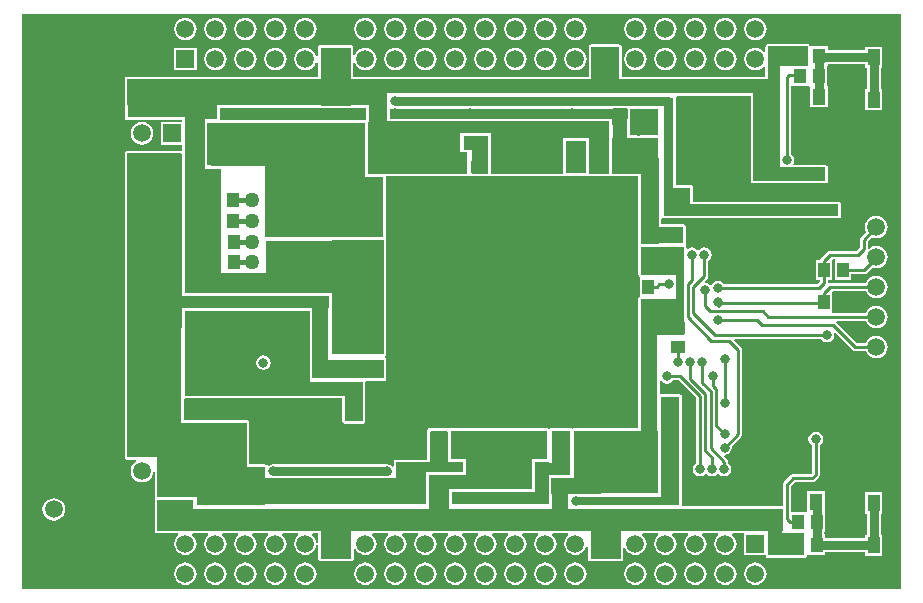
<source format=gbl>
%FSLAX24Y24*%
%MOIN*%
G70*
G01*
G75*
G04 Layer_Physical_Order=2*
G04 Layer_Color=16711680*
%ADD10C,0.0100*%
%ADD11R,0.0512X0.0394*%
%ADD12O,0.0984X0.0276*%
%ADD13R,0.0394X0.0512*%
%ADD14R,0.0551X0.0433*%
%ADD15R,0.0433X0.0551*%
%ADD16R,0.0512X0.0591*%
%ADD17R,0.1299X0.1063*%
%ADD18R,0.0394X0.1063*%
%ADD19R,0.0472X0.0551*%
%ADD20R,0.0551X0.0630*%
%ADD21R,0.0500X0.0300*%
%ADD22O,0.0118X0.0827*%
%ADD23O,0.0827X0.0118*%
%ADD24R,0.1693X0.1693*%
%ADD25C,0.0200*%
%ADD26C,0.0300*%
%ADD27C,0.0250*%
%ADD28C,0.0600*%
%ADD29C,0.0400*%
%ADD30C,0.0150*%
%ADD31C,0.0079*%
%ADD32R,0.1830X0.1120*%
%ADD33R,0.2080X0.2124*%
%ADD34R,0.0790X0.5280*%
%ADD35R,0.0810X0.1960*%
%ADD36R,0.1310X0.3350*%
%ADD37R,0.1010X0.0210*%
%ADD38R,0.1490X0.1470*%
%ADD39R,0.0370X0.4820*%
%ADD40R,0.0770X0.0910*%
%ADD41R,0.0920X0.5210*%
%ADD42R,0.1260X0.1830*%
%ADD43R,0.1490X0.6150*%
%ADD44R,0.3870X0.4260*%
%ADD45R,0.1270X0.5300*%
%ADD46R,0.1950X0.1110*%
%ADD47R,0.2270X0.0510*%
%ADD48R,0.0780X0.2500*%
%ADD49R,0.1520X0.0820*%
%ADD50R,0.1890X0.1040*%
%ADD51R,0.3710X0.3070*%
%ADD52R,0.1740X0.1110*%
%ADD53R,0.1460X0.3920*%
%ADD54R,0.2270X0.3010*%
%ADD55R,0.0820X0.6210*%
%ADD56R,0.0810X0.5750*%
%ADD57R,0.1610X0.3230*%
%ADD58R,0.0810X0.1040*%
%ADD59R,0.0470X0.5180*%
%ADD60R,0.1430X0.1840*%
%ADD61R,0.1550X0.2090*%
%ADD62R,0.1370X0.4960*%
%ADD63R,0.0720X0.4310*%
%ADD64R,0.4940X0.1510*%
%ADD65R,0.0710X0.2250*%
%ADD66R,0.4950X0.2010*%
%ADD67R,0.1150X1.2100*%
%ADD68R,0.1490X0.7050*%
%ADD69R,0.0640X0.1540*%
%ADD70R,0.1130X0.1610*%
%ADD71R,0.3340X0.1210*%
%ADD72R,0.1110X0.1490*%
%ADD73R,0.1390X0.1590*%
%ADD74R,0.3241X0.0974*%
%ADD75R,0.1470X0.0847*%
%ADD76R,0.1260X0.9560*%
%ADD77R,0.1100X0.3420*%
%ADD78R,0.1180X0.0590*%
%ADD79R,0.0830X0.3230*%
%ADD80R,0.1820X0.0900*%
%ADD81R,0.0850X0.1900*%
%ADD82R,0.1770X0.0950*%
%ADD83R,0.0591X0.0591*%
%ADD84C,0.0591*%
%ADD85R,0.0591X0.0591*%
%ADD86C,0.0320*%
%ADD87C,0.0500*%
%ADD88R,0.0413X0.0551*%
%ADD89R,0.0669X0.0433*%
%ADD90R,0.0433X0.0669*%
%ADD91R,0.5810X0.0400*%
%ADD92R,0.1370X0.1190*%
%ADD93R,0.0260X0.2940*%
%ADD94R,0.0610X0.3620*%
%ADD95R,0.1330X0.0650*%
%ADD96R,0.0400X0.4480*%
%ADD97R,0.2410X0.0450*%
%ADD98R,0.0890X0.3400*%
%ADD99R,0.6880X0.0610*%
%ADD100R,0.1880X0.3480*%
%ADD101R,0.7920X0.0350*%
%ADD102R,0.0310X0.3890*%
%ADD103R,0.0890X0.0960*%
%ADD104R,0.2450X0.2860*%
%ADD105R,0.0960X0.0910*%
%ADD106R,0.2300X0.1250*%
%ADD107R,0.1320X0.0920*%
%ADD108R,0.1430X0.0570*%
%ADD109R,0.0600X0.2880*%
%ADD110R,0.1560X0.1200*%
%ADD111R,0.0510X0.2190*%
%ADD112R,0.0810X0.0450*%
%ADD113R,0.8040X0.0410*%
%ADD114R,0.1080X0.2300*%
%ADD115R,0.0530X0.1260*%
%ADD116R,0.0690X0.1090*%
%ADD117R,0.3970X0.0570*%
%ADD118R,0.0670X0.1760*%
%ADD119R,0.2440X0.1760*%
%ADD120R,0.3080X0.1760*%
%ADD121R,0.3360X0.3810*%
%ADD122R,0.3950X0.2010*%
%ADD123R,0.5290X0.1430*%
%ADD124R,0.1080X0.1370*%
%ADD125R,0.4870X0.0400*%
%ADD126R,0.3310X0.0720*%
%ADD127R,0.0640X0.3170*%
%ADD128R,1.4780X0.0490*%
%ADD129R,0.8680X0.0890*%
%ADD130R,0.2310X0.1210*%
%ADD131R,0.0660X0.7140*%
%ADD132R,0.3910X0.1760*%
%ADD133R,0.1190X0.4160*%
%ADD134R,0.6620X0.0690*%
%ADD135R,0.1720X0.3830*%
%ADD136R,0.0560X0.2760*%
%ADD137R,0.6730X0.0390*%
%ADD138R,0.2390X0.0640*%
%ADD139R,0.4150X0.0630*%
%ADD140R,0.5920X0.0470*%
%ADD141R,0.3050X0.2190*%
%ADD142R,0.0600X0.1180*%
%ADD143R,0.0840X0.2610*%
%ADD144R,0.4730X0.1350*%
%ADD145R,0.1830X1.0120*%
%ADD146R,0.2560X0.0720*%
%ADD147R,0.2990X0.2490*%
%ADD148R,0.1090X0.5830*%
%ADD149R,0.8340X0.8340*%
%ADD150R,0.3240X0.0960*%
%ADD151R,0.2210X0.1000*%
%ADD152R,0.1070X0.0400*%
%ADD153R,0.0610X0.1460*%
%ADD154R,0.0460X0.1390*%
%ADD155R,0.3240X0.0430*%
%ADD156R,0.0570X0.1510*%
%ADD157R,0.1660X0.0570*%
%ADD158R,0.2810X0.2110*%
%ADD159R,0.0630X0.1380*%
%ADD160R,0.1810X0.0340*%
%ADD161R,0.7090X0.0860*%
%ADD162R,0.1020X0.1410*%
%ADD163R,0.3440X0.0470*%
%ADD164R,0.0670X0.1580*%
%ADD165R,0.0560X0.6510*%
%ADD166R,2.0860X0.0750*%
%ADD167R,0.1230X0.1040*%
%ADD168R,0.1030X0.1670*%
%ADD169R,0.1220X0.0770*%
%ADD170R,0.0490X0.1560*%
%ADD171R,0.1030X0.1940*%
%ADD172R,0.0940X0.1560*%
G36*
X29400Y100D02*
X100D01*
Y19250D01*
X29400D01*
Y100D01*
D02*
G37*
%LPC*%
G36*
X23550Y977D02*
X23452Y964D01*
X23361Y927D01*
X23283Y867D01*
X23223Y789D01*
X23186Y698D01*
X23173Y600D01*
X23186Y502D01*
X23223Y411D01*
X23283Y333D01*
X23361Y273D01*
X23452Y236D01*
X23550Y223D01*
X23648Y236D01*
X23739Y273D01*
X23817Y333D01*
X23877Y411D01*
X23914Y502D01*
X23927Y600D01*
X23914Y698D01*
X23877Y789D01*
X23817Y867D01*
X23739Y927D01*
X23648Y964D01*
X23550Y977D01*
D02*
G37*
G36*
X24550D02*
X24452Y964D01*
X24361Y927D01*
X24283Y867D01*
X24223Y789D01*
X24186Y698D01*
X24173Y600D01*
X24186Y502D01*
X24223Y411D01*
X24283Y333D01*
X24361Y273D01*
X24452Y236D01*
X24550Y223D01*
X24648Y236D01*
X24739Y273D01*
X24817Y333D01*
X24877Y411D01*
X24914Y502D01*
X24927Y600D01*
X24914Y698D01*
X24877Y789D01*
X24817Y867D01*
X24739Y927D01*
X24648Y964D01*
X24550Y977D01*
D02*
G37*
G36*
X1160Y3117D02*
X1062Y3104D01*
X971Y3067D01*
X893Y3007D01*
X833Y2929D01*
X796Y2838D01*
X783Y2740D01*
X796Y2642D01*
X833Y2551D01*
X893Y2473D01*
X971Y2413D01*
X1062Y2376D01*
X1160Y2363D01*
X1258Y2376D01*
X1349Y2413D01*
X1427Y2473D01*
X1487Y2551D01*
X1524Y2642D01*
X1537Y2740D01*
X1524Y2838D01*
X1487Y2929D01*
X1427Y3007D01*
X1349Y3067D01*
X1258Y3104D01*
X1160Y3117D01*
D02*
G37*
G36*
X20550Y977D02*
X20452Y964D01*
X20361Y927D01*
X20283Y867D01*
X20223Y789D01*
X20186Y698D01*
X20173Y600D01*
X20186Y502D01*
X20223Y411D01*
X20283Y333D01*
X20361Y273D01*
X20452Y236D01*
X20550Y223D01*
X20648Y236D01*
X20739Y273D01*
X20817Y333D01*
X20877Y411D01*
X20914Y502D01*
X20927Y600D01*
X20914Y698D01*
X20877Y789D01*
X20817Y867D01*
X20739Y927D01*
X20648Y964D01*
X20550Y977D01*
D02*
G37*
G36*
X21550D02*
X21452Y964D01*
X21361Y927D01*
X21283Y867D01*
X21223Y789D01*
X21186Y698D01*
X21173Y600D01*
X21186Y502D01*
X21223Y411D01*
X21283Y333D01*
X21361Y273D01*
X21452Y236D01*
X21550Y223D01*
X21648Y236D01*
X21739Y273D01*
X21817Y333D01*
X21877Y411D01*
X21914Y502D01*
X21927Y600D01*
X21914Y698D01*
X21877Y789D01*
X21817Y867D01*
X21739Y927D01*
X21648Y964D01*
X21550Y977D01*
D02*
G37*
G36*
X22550D02*
X22452Y964D01*
X22361Y927D01*
X22283Y867D01*
X22223Y789D01*
X22186Y698D01*
X22173Y600D01*
X22186Y502D01*
X22223Y411D01*
X22283Y333D01*
X22361Y273D01*
X22452Y236D01*
X22550Y223D01*
X22648Y236D01*
X22739Y273D01*
X22817Y333D01*
X22877Y411D01*
X22914Y502D01*
X22927Y600D01*
X22914Y698D01*
X22877Y789D01*
X22817Y867D01*
X22739Y927D01*
X22648Y964D01*
X22550Y977D01*
D02*
G37*
G36*
X4095Y15650D02*
X3998Y15638D01*
X3907Y15600D01*
X3829Y15540D01*
X3769Y15462D01*
X3731Y15371D01*
X3718Y15273D01*
X3731Y15176D01*
X3769Y15085D01*
X3829Y15006D01*
X3907Y14947D01*
X3998Y14909D01*
X4095Y14896D01*
X4193Y14909D01*
X4284Y14947D01*
X4362Y15006D01*
X4422Y15085D01*
X4460Y15176D01*
X4473Y15273D01*
X4460Y15371D01*
X4422Y15462D01*
X4362Y15540D01*
X4284Y15600D01*
X4193Y15638D01*
X4095Y15650D01*
D02*
G37*
G36*
X12550Y18127D02*
X12452Y18114D01*
X12361Y18077D01*
X12283Y18017D01*
X12223Y17939D01*
X12186Y17848D01*
X12173Y17750D01*
X12186Y17652D01*
X12223Y17561D01*
X12283Y17483D01*
X12361Y17423D01*
X12452Y17386D01*
X12550Y17373D01*
X12648Y17386D01*
X12739Y17423D01*
X12817Y17483D01*
X12877Y17561D01*
X12914Y17652D01*
X12927Y17750D01*
X12914Y17848D01*
X12877Y17939D01*
X12817Y18017D01*
X12739Y18077D01*
X12648Y18114D01*
X12550Y18127D01*
D02*
G37*
G36*
X13550D02*
X13452Y18114D01*
X13361Y18077D01*
X13283Y18017D01*
X13223Y17939D01*
X13186Y17848D01*
X13173Y17750D01*
X13186Y17652D01*
X13223Y17561D01*
X13283Y17483D01*
X13361Y17423D01*
X13452Y17386D01*
X13550Y17373D01*
X13648Y17386D01*
X13739Y17423D01*
X13817Y17483D01*
X13877Y17561D01*
X13914Y17652D01*
X13927Y17750D01*
X13914Y17848D01*
X13877Y17939D01*
X13817Y18017D01*
X13739Y18077D01*
X13648Y18114D01*
X13550Y18127D01*
D02*
G37*
G36*
X14550D02*
X14452Y18114D01*
X14361Y18077D01*
X14283Y18017D01*
X14223Y17939D01*
X14186Y17848D01*
X14173Y17750D01*
X14186Y17652D01*
X14223Y17561D01*
X14283Y17483D01*
X14361Y17423D01*
X14452Y17386D01*
X14550Y17373D01*
X14648Y17386D01*
X14739Y17423D01*
X14817Y17483D01*
X14877Y17561D01*
X14914Y17652D01*
X14927Y17750D01*
X14914Y17848D01*
X14877Y17939D01*
X14817Y18017D01*
X14739Y18077D01*
X14648Y18114D01*
X14550Y18127D01*
D02*
G37*
G36*
X6550D02*
X6452Y18114D01*
X6361Y18077D01*
X6283Y18017D01*
X6223Y17939D01*
X6186Y17848D01*
X6173Y17750D01*
X6186Y17652D01*
X6223Y17561D01*
X6283Y17483D01*
X6361Y17423D01*
X6452Y17386D01*
X6550Y17373D01*
X6648Y17386D01*
X6739Y17423D01*
X6817Y17483D01*
X6877Y17561D01*
X6914Y17652D01*
X6927Y17750D01*
X6914Y17848D01*
X6877Y17939D01*
X6817Y18017D01*
X6739Y18077D01*
X6648Y18114D01*
X6550Y18127D01*
D02*
G37*
G36*
X7550D02*
X7452Y18114D01*
X7361Y18077D01*
X7283Y18017D01*
X7223Y17939D01*
X7186Y17848D01*
X7173Y17750D01*
X7186Y17652D01*
X7223Y17561D01*
X7283Y17483D01*
X7361Y17423D01*
X7452Y17386D01*
X7550Y17373D01*
X7648Y17386D01*
X7739Y17423D01*
X7817Y17483D01*
X7877Y17561D01*
X7914Y17652D01*
X7927Y17750D01*
X7914Y17848D01*
X7877Y17939D01*
X7817Y18017D01*
X7739Y18077D01*
X7648Y18114D01*
X7550Y18127D01*
D02*
G37*
G36*
X8550D02*
X8452Y18114D01*
X8361Y18077D01*
X8283Y18017D01*
X8223Y17939D01*
X8186Y17848D01*
X8173Y17750D01*
X8186Y17652D01*
X8223Y17561D01*
X8283Y17483D01*
X8361Y17423D01*
X8452Y17386D01*
X8550Y17373D01*
X8648Y17386D01*
X8739Y17423D01*
X8817Y17483D01*
X8877Y17561D01*
X8914Y17652D01*
X8927Y17750D01*
X8914Y17848D01*
X8877Y17939D01*
X8817Y18017D01*
X8739Y18077D01*
X8648Y18114D01*
X8550Y18127D01*
D02*
G37*
G36*
Y977D02*
X8452Y964D01*
X8361Y927D01*
X8283Y867D01*
X8223Y789D01*
X8186Y698D01*
X8173Y600D01*
X8186Y502D01*
X8223Y411D01*
X8283Y333D01*
X8361Y273D01*
X8452Y236D01*
X8550Y223D01*
X8648Y236D01*
X8739Y273D01*
X8817Y333D01*
X8877Y411D01*
X8914Y502D01*
X8927Y600D01*
X8914Y698D01*
X8877Y789D01*
X8817Y867D01*
X8739Y927D01*
X8648Y964D01*
X8550Y977D01*
D02*
G37*
G36*
X9550D02*
X9452Y964D01*
X9361Y927D01*
X9283Y867D01*
X9223Y789D01*
X9186Y698D01*
X9173Y600D01*
X9186Y502D01*
X9223Y411D01*
X9283Y333D01*
X9361Y273D01*
X9452Y236D01*
X9550Y223D01*
X9648Y236D01*
X9739Y273D01*
X9817Y333D01*
X9877Y411D01*
X9914Y502D01*
X9927Y600D01*
X9914Y698D01*
X9877Y789D01*
X9817Y867D01*
X9739Y927D01*
X9648Y964D01*
X9550Y977D01*
D02*
G37*
G36*
X11550D02*
X11452Y964D01*
X11361Y927D01*
X11283Y867D01*
X11223Y789D01*
X11186Y698D01*
X11173Y600D01*
X11186Y502D01*
X11223Y411D01*
X11283Y333D01*
X11361Y273D01*
X11452Y236D01*
X11550Y223D01*
X11648Y236D01*
X11739Y273D01*
X11817Y333D01*
X11877Y411D01*
X11914Y502D01*
X11927Y600D01*
X11914Y698D01*
X11877Y789D01*
X11817Y867D01*
X11739Y927D01*
X11648Y964D01*
X11550Y977D01*
D02*
G37*
G36*
X5550D02*
X5452Y964D01*
X5361Y927D01*
X5283Y867D01*
X5223Y789D01*
X5186Y698D01*
X5173Y600D01*
X5186Y502D01*
X5223Y411D01*
X5283Y333D01*
X5361Y273D01*
X5452Y236D01*
X5550Y223D01*
X5648Y236D01*
X5739Y273D01*
X5817Y333D01*
X5877Y411D01*
X5914Y502D01*
X5927Y600D01*
X5914Y698D01*
X5877Y789D01*
X5817Y867D01*
X5739Y927D01*
X5648Y964D01*
X5550Y977D01*
D02*
G37*
G36*
X6550D02*
X6452Y964D01*
X6361Y927D01*
X6283Y867D01*
X6223Y789D01*
X6186Y698D01*
X6173Y600D01*
X6186Y502D01*
X6223Y411D01*
X6283Y333D01*
X6361Y273D01*
X6452Y236D01*
X6550Y223D01*
X6648Y236D01*
X6739Y273D01*
X6817Y333D01*
X6877Y411D01*
X6914Y502D01*
X6927Y600D01*
X6914Y698D01*
X6877Y789D01*
X6817Y867D01*
X6739Y927D01*
X6648Y964D01*
X6550Y977D01*
D02*
G37*
G36*
X7550D02*
X7452Y964D01*
X7361Y927D01*
X7283Y867D01*
X7223Y789D01*
X7186Y698D01*
X7173Y600D01*
X7186Y502D01*
X7223Y411D01*
X7283Y333D01*
X7361Y273D01*
X7452Y236D01*
X7550Y223D01*
X7648Y236D01*
X7739Y273D01*
X7817Y333D01*
X7877Y411D01*
X7914Y502D01*
X7927Y600D01*
X7914Y698D01*
X7877Y789D01*
X7817Y867D01*
X7739Y927D01*
X7648Y964D01*
X7550Y977D01*
D02*
G37*
G36*
X12550D02*
X12452Y964D01*
X12361Y927D01*
X12283Y867D01*
X12223Y789D01*
X12186Y698D01*
X12173Y600D01*
X12186Y502D01*
X12223Y411D01*
X12283Y333D01*
X12361Y273D01*
X12452Y236D01*
X12550Y223D01*
X12648Y236D01*
X12739Y273D01*
X12817Y333D01*
X12877Y411D01*
X12914Y502D01*
X12927Y600D01*
X12914Y698D01*
X12877Y789D01*
X12817Y867D01*
X12739Y927D01*
X12648Y964D01*
X12550Y977D01*
D02*
G37*
G36*
X16550D02*
X16452Y964D01*
X16361Y927D01*
X16283Y867D01*
X16223Y789D01*
X16186Y698D01*
X16173Y600D01*
X16186Y502D01*
X16223Y411D01*
X16283Y333D01*
X16361Y273D01*
X16452Y236D01*
X16550Y223D01*
X16648Y236D01*
X16739Y273D01*
X16817Y333D01*
X16877Y411D01*
X16914Y502D01*
X16927Y600D01*
X16914Y698D01*
X16877Y789D01*
X16817Y867D01*
X16739Y927D01*
X16648Y964D01*
X16550Y977D01*
D02*
G37*
G36*
X17550D02*
X17452Y964D01*
X17361Y927D01*
X17283Y867D01*
X17223Y789D01*
X17186Y698D01*
X17173Y600D01*
X17186Y502D01*
X17223Y411D01*
X17283Y333D01*
X17361Y273D01*
X17452Y236D01*
X17550Y223D01*
X17648Y236D01*
X17739Y273D01*
X17817Y333D01*
X17877Y411D01*
X17914Y502D01*
X17927Y600D01*
X17914Y698D01*
X17877Y789D01*
X17817Y867D01*
X17739Y927D01*
X17648Y964D01*
X17550Y977D01*
D02*
G37*
G36*
X18550D02*
X18452Y964D01*
X18361Y927D01*
X18283Y867D01*
X18223Y789D01*
X18186Y698D01*
X18173Y600D01*
X18186Y502D01*
X18223Y411D01*
X18283Y333D01*
X18361Y273D01*
X18452Y236D01*
X18550Y223D01*
X18648Y236D01*
X18739Y273D01*
X18817Y333D01*
X18877Y411D01*
X18914Y502D01*
X18927Y600D01*
X18914Y698D01*
X18877Y789D01*
X18817Y867D01*
X18739Y927D01*
X18648Y964D01*
X18550Y977D01*
D02*
G37*
G36*
X13550D02*
X13452Y964D01*
X13361Y927D01*
X13283Y867D01*
X13223Y789D01*
X13186Y698D01*
X13173Y600D01*
X13186Y502D01*
X13223Y411D01*
X13283Y333D01*
X13361Y273D01*
X13452Y236D01*
X13550Y223D01*
X13648Y236D01*
X13739Y273D01*
X13817Y333D01*
X13877Y411D01*
X13914Y502D01*
X13927Y600D01*
X13914Y698D01*
X13877Y789D01*
X13817Y867D01*
X13739Y927D01*
X13648Y964D01*
X13550Y977D01*
D02*
G37*
G36*
X14550D02*
X14452Y964D01*
X14361Y927D01*
X14283Y867D01*
X14223Y789D01*
X14186Y698D01*
X14173Y600D01*
X14186Y502D01*
X14223Y411D01*
X14283Y333D01*
X14361Y273D01*
X14452Y236D01*
X14550Y223D01*
X14648Y236D01*
X14739Y273D01*
X14817Y333D01*
X14877Y411D01*
X14914Y502D01*
X14927Y600D01*
X14914Y698D01*
X14877Y789D01*
X14817Y867D01*
X14739Y927D01*
X14648Y964D01*
X14550Y977D01*
D02*
G37*
G36*
X15550D02*
X15452Y964D01*
X15361Y927D01*
X15283Y867D01*
X15223Y789D01*
X15186Y698D01*
X15173Y600D01*
X15186Y502D01*
X15223Y411D01*
X15283Y333D01*
X15361Y273D01*
X15452Y236D01*
X15550Y223D01*
X15648Y236D01*
X15739Y273D01*
X15817Y333D01*
X15877Y411D01*
X15914Y502D01*
X15927Y600D01*
X15914Y698D01*
X15877Y789D01*
X15817Y867D01*
X15739Y927D01*
X15648Y964D01*
X15550Y977D01*
D02*
G37*
G36*
Y18127D02*
X15452Y18114D01*
X15361Y18077D01*
X15283Y18017D01*
X15223Y17939D01*
X15186Y17848D01*
X15173Y17750D01*
X15186Y17652D01*
X15223Y17561D01*
X15283Y17483D01*
X15361Y17423D01*
X15452Y17386D01*
X15550Y17373D01*
X15648Y17386D01*
X15739Y17423D01*
X15817Y17483D01*
X15877Y17561D01*
X15914Y17652D01*
X15927Y17750D01*
X15914Y17848D01*
X15877Y17939D01*
X15817Y18017D01*
X15739Y18077D01*
X15648Y18114D01*
X15550Y18127D01*
D02*
G37*
G36*
X13550Y19127D02*
X13452Y19114D01*
X13361Y19077D01*
X13283Y19017D01*
X13223Y18939D01*
X13186Y18848D01*
X13173Y18750D01*
X13186Y18652D01*
X13223Y18561D01*
X13283Y18483D01*
X13361Y18423D01*
X13452Y18386D01*
X13550Y18373D01*
X13648Y18386D01*
X13739Y18423D01*
X13817Y18483D01*
X13877Y18561D01*
X13914Y18652D01*
X13927Y18750D01*
X13914Y18848D01*
X13877Y18939D01*
X13817Y19017D01*
X13739Y19077D01*
X13648Y19114D01*
X13550Y19127D01*
D02*
G37*
G36*
X14550D02*
X14452Y19114D01*
X14361Y19077D01*
X14283Y19017D01*
X14223Y18939D01*
X14186Y18848D01*
X14173Y18750D01*
X14186Y18652D01*
X14223Y18561D01*
X14283Y18483D01*
X14361Y18423D01*
X14452Y18386D01*
X14550Y18373D01*
X14648Y18386D01*
X14739Y18423D01*
X14817Y18483D01*
X14877Y18561D01*
X14914Y18652D01*
X14927Y18750D01*
X14914Y18848D01*
X14877Y18939D01*
X14817Y19017D01*
X14739Y19077D01*
X14648Y19114D01*
X14550Y19127D01*
D02*
G37*
G36*
X15550D02*
X15452Y19114D01*
X15361Y19077D01*
X15283Y19017D01*
X15223Y18939D01*
X15186Y18848D01*
X15173Y18750D01*
X15186Y18652D01*
X15223Y18561D01*
X15283Y18483D01*
X15361Y18423D01*
X15452Y18386D01*
X15550Y18373D01*
X15648Y18386D01*
X15739Y18423D01*
X15817Y18483D01*
X15877Y18561D01*
X15914Y18652D01*
X15927Y18750D01*
X15914Y18848D01*
X15877Y18939D01*
X15817Y19017D01*
X15739Y19077D01*
X15648Y19114D01*
X15550Y19127D01*
D02*
G37*
G36*
X12550D02*
X12452Y19114D01*
X12361Y19077D01*
X12283Y19017D01*
X12223Y18939D01*
X12186Y18848D01*
X12173Y18750D01*
X12186Y18652D01*
X12223Y18561D01*
X12283Y18483D01*
X12361Y18423D01*
X12452Y18386D01*
X12550Y18373D01*
X12648Y18386D01*
X12739Y18423D01*
X12817Y18483D01*
X12877Y18561D01*
X12914Y18652D01*
X12927Y18750D01*
X12914Y18848D01*
X12877Y18939D01*
X12817Y19017D01*
X12739Y19077D01*
X12648Y19114D01*
X12550Y19127D01*
D02*
G37*
G36*
X8550D02*
X8452Y19114D01*
X8361Y19077D01*
X8283Y19017D01*
X8223Y18939D01*
X8186Y18848D01*
X8173Y18750D01*
X8186Y18652D01*
X8223Y18561D01*
X8283Y18483D01*
X8361Y18423D01*
X8452Y18386D01*
X8550Y18373D01*
X8648Y18386D01*
X8739Y18423D01*
X8817Y18483D01*
X8877Y18561D01*
X8914Y18652D01*
X8927Y18750D01*
X8914Y18848D01*
X8877Y18939D01*
X8817Y19017D01*
X8739Y19077D01*
X8648Y19114D01*
X8550Y19127D01*
D02*
G37*
G36*
X9550D02*
X9452Y19114D01*
X9361Y19077D01*
X9283Y19017D01*
X9223Y18939D01*
X9186Y18848D01*
X9173Y18750D01*
X9186Y18652D01*
X9223Y18561D01*
X9283Y18483D01*
X9361Y18423D01*
X9452Y18386D01*
X9550Y18373D01*
X9648Y18386D01*
X9739Y18423D01*
X9817Y18483D01*
X9877Y18561D01*
X9914Y18652D01*
X9927Y18750D01*
X9914Y18848D01*
X9877Y18939D01*
X9817Y19017D01*
X9739Y19077D01*
X9648Y19114D01*
X9550Y19127D01*
D02*
G37*
G36*
X11550D02*
X11452Y19114D01*
X11361Y19077D01*
X11283Y19017D01*
X11223Y18939D01*
X11186Y18848D01*
X11173Y18750D01*
X11186Y18652D01*
X11223Y18561D01*
X11283Y18483D01*
X11361Y18423D01*
X11452Y18386D01*
X11550Y18373D01*
X11648Y18386D01*
X11739Y18423D01*
X11817Y18483D01*
X11877Y18561D01*
X11914Y18652D01*
X11927Y18750D01*
X11914Y18848D01*
X11877Y18939D01*
X11817Y19017D01*
X11739Y19077D01*
X11648Y19114D01*
X11550Y19127D01*
D02*
G37*
G36*
X16550D02*
X16452Y19114D01*
X16361Y19077D01*
X16283Y19017D01*
X16223Y18939D01*
X16186Y18848D01*
X16173Y18750D01*
X16186Y18652D01*
X16223Y18561D01*
X16283Y18483D01*
X16361Y18423D01*
X16452Y18386D01*
X16550Y18373D01*
X16648Y18386D01*
X16739Y18423D01*
X16817Y18483D01*
X16877Y18561D01*
X16914Y18652D01*
X16927Y18750D01*
X16914Y18848D01*
X16877Y18939D01*
X16817Y19017D01*
X16739Y19077D01*
X16648Y19114D01*
X16550Y19127D01*
D02*
G37*
G36*
X22550D02*
X22452Y19114D01*
X22361Y19077D01*
X22283Y19017D01*
X22223Y18939D01*
X22186Y18848D01*
X22173Y18750D01*
X22186Y18652D01*
X22223Y18561D01*
X22283Y18483D01*
X22361Y18423D01*
X22452Y18386D01*
X22550Y18373D01*
X22648Y18386D01*
X22739Y18423D01*
X22817Y18483D01*
X22877Y18561D01*
X22914Y18652D01*
X22927Y18750D01*
X22914Y18848D01*
X22877Y18939D01*
X22817Y19017D01*
X22739Y19077D01*
X22648Y19114D01*
X22550Y19127D01*
D02*
G37*
G36*
X23550D02*
X23452Y19114D01*
X23361Y19077D01*
X23283Y19017D01*
X23223Y18939D01*
X23186Y18848D01*
X23173Y18750D01*
X23186Y18652D01*
X23223Y18561D01*
X23283Y18483D01*
X23361Y18423D01*
X23452Y18386D01*
X23550Y18373D01*
X23648Y18386D01*
X23739Y18423D01*
X23817Y18483D01*
X23877Y18561D01*
X23914Y18652D01*
X23927Y18750D01*
X23914Y18848D01*
X23877Y18939D01*
X23817Y19017D01*
X23739Y19077D01*
X23648Y19114D01*
X23550Y19127D01*
D02*
G37*
G36*
X24550D02*
X24452Y19114D01*
X24361Y19077D01*
X24283Y19017D01*
X24223Y18939D01*
X24186Y18848D01*
X24173Y18750D01*
X24186Y18652D01*
X24223Y18561D01*
X24283Y18483D01*
X24361Y18423D01*
X24452Y18386D01*
X24550Y18373D01*
X24648Y18386D01*
X24739Y18423D01*
X24817Y18483D01*
X24877Y18561D01*
X24914Y18652D01*
X24927Y18750D01*
X24914Y18848D01*
X24877Y18939D01*
X24817Y19017D01*
X24739Y19077D01*
X24648Y19114D01*
X24550Y19127D01*
D02*
G37*
G36*
X21550D02*
X21452Y19114D01*
X21361Y19077D01*
X21283Y19017D01*
X21223Y18939D01*
X21186Y18848D01*
X21173Y18750D01*
X21186Y18652D01*
X21223Y18561D01*
X21283Y18483D01*
X21361Y18423D01*
X21452Y18386D01*
X21550Y18373D01*
X21648Y18386D01*
X21739Y18423D01*
X21817Y18483D01*
X21877Y18561D01*
X21914Y18652D01*
X21927Y18750D01*
X21914Y18848D01*
X21877Y18939D01*
X21817Y19017D01*
X21739Y19077D01*
X21648Y19114D01*
X21550Y19127D01*
D02*
G37*
G36*
X17550D02*
X17452Y19114D01*
X17361Y19077D01*
X17283Y19017D01*
X17223Y18939D01*
X17186Y18848D01*
X17173Y18750D01*
X17186Y18652D01*
X17223Y18561D01*
X17283Y18483D01*
X17361Y18423D01*
X17452Y18386D01*
X17550Y18373D01*
X17648Y18386D01*
X17739Y18423D01*
X17817Y18483D01*
X17877Y18561D01*
X17914Y18652D01*
X17927Y18750D01*
X17914Y18848D01*
X17877Y18939D01*
X17817Y19017D01*
X17739Y19077D01*
X17648Y19114D01*
X17550Y19127D01*
D02*
G37*
G36*
X18550D02*
X18452Y19114D01*
X18361Y19077D01*
X18283Y19017D01*
X18223Y18939D01*
X18186Y18848D01*
X18173Y18750D01*
X18186Y18652D01*
X18223Y18561D01*
X18283Y18483D01*
X18361Y18423D01*
X18452Y18386D01*
X18550Y18373D01*
X18648Y18386D01*
X18739Y18423D01*
X18817Y18483D01*
X18877Y18561D01*
X18914Y18652D01*
X18927Y18750D01*
X18914Y18848D01*
X18877Y18939D01*
X18817Y19017D01*
X18739Y19077D01*
X18648Y19114D01*
X18550Y19127D01*
D02*
G37*
G36*
X20550D02*
X20452Y19114D01*
X20361Y19077D01*
X20283Y19017D01*
X20223Y18939D01*
X20186Y18848D01*
X20173Y18750D01*
X20186Y18652D01*
X20223Y18561D01*
X20283Y18483D01*
X20361Y18423D01*
X20452Y18386D01*
X20550Y18373D01*
X20648Y18386D01*
X20739Y18423D01*
X20817Y18483D01*
X20877Y18561D01*
X20914Y18652D01*
X20927Y18750D01*
X20914Y18848D01*
X20877Y18939D01*
X20817Y19017D01*
X20739Y19077D01*
X20648Y19114D01*
X20550Y19127D01*
D02*
G37*
G36*
X7550D02*
X7452Y19114D01*
X7361Y19077D01*
X7283Y19017D01*
X7223Y18939D01*
X7186Y18848D01*
X7173Y18750D01*
X7186Y18652D01*
X7223Y18561D01*
X7283Y18483D01*
X7361Y18423D01*
X7452Y18386D01*
X7550Y18373D01*
X7648Y18386D01*
X7739Y18423D01*
X7817Y18483D01*
X7877Y18561D01*
X7914Y18652D01*
X7927Y18750D01*
X7914Y18848D01*
X7877Y18939D01*
X7817Y19017D01*
X7739Y19077D01*
X7648Y19114D01*
X7550Y19127D01*
D02*
G37*
G36*
X20550Y18127D02*
X20452Y18114D01*
X20361Y18077D01*
X20283Y18017D01*
X20223Y17939D01*
X20186Y17848D01*
X20173Y17750D01*
X20186Y17652D01*
X20223Y17561D01*
X20283Y17483D01*
X20361Y17423D01*
X20452Y17386D01*
X20550Y17373D01*
X20648Y17386D01*
X20739Y17423D01*
X20817Y17483D01*
X20877Y17561D01*
X20914Y17652D01*
X20927Y17750D01*
X20914Y17848D01*
X20877Y17939D01*
X20817Y18017D01*
X20739Y18077D01*
X20648Y18114D01*
X20550Y18127D01*
D02*
G37*
G36*
X18550D02*
X18452Y18114D01*
X18361Y18077D01*
X18283Y18017D01*
X18223Y17939D01*
X18186Y17848D01*
X18173Y17750D01*
X18186Y17652D01*
X18223Y17561D01*
X18283Y17483D01*
X18361Y17423D01*
X18452Y17386D01*
X18550Y17373D01*
X18648Y17386D01*
X18739Y17423D01*
X18817Y17483D01*
X18877Y17561D01*
X18914Y17652D01*
X18927Y17750D01*
X18914Y17848D01*
X18877Y17939D01*
X18817Y18017D01*
X18739Y18077D01*
X18648Y18114D01*
X18550Y18127D01*
D02*
G37*
G36*
X23550D02*
X23452Y18114D01*
X23361Y18077D01*
X23283Y18017D01*
X23223Y17939D01*
X23186Y17848D01*
X23173Y17750D01*
X23186Y17652D01*
X23223Y17561D01*
X23283Y17483D01*
X23361Y17423D01*
X23452Y17386D01*
X23550Y17373D01*
X23648Y17386D01*
X23739Y17423D01*
X23817Y17483D01*
X23877Y17561D01*
X23914Y17652D01*
X23927Y17750D01*
X23914Y17848D01*
X23877Y17939D01*
X23817Y18017D01*
X23739Y18077D01*
X23648Y18114D01*
X23550Y18127D01*
D02*
G37*
G36*
X21550D02*
X21452Y18114D01*
X21361Y18077D01*
X21283Y18017D01*
X21223Y17939D01*
X21186Y17848D01*
X21173Y17750D01*
X21186Y17652D01*
X21223Y17561D01*
X21283Y17483D01*
X21361Y17423D01*
X21452Y17386D01*
X21550Y17373D01*
X21648Y17386D01*
X21739Y17423D01*
X21817Y17483D01*
X21877Y17561D01*
X21914Y17652D01*
X21927Y17750D01*
X21914Y17848D01*
X21877Y17939D01*
X21817Y18017D01*
X21739Y18077D01*
X21648Y18114D01*
X21550Y18127D01*
D02*
G37*
G36*
X22550D02*
X22452Y18114D01*
X22361Y18077D01*
X22283Y18017D01*
X22223Y17939D01*
X22186Y17848D01*
X22173Y17750D01*
X22186Y17652D01*
X22223Y17561D01*
X22283Y17483D01*
X22361Y17423D01*
X22452Y17386D01*
X22550Y17373D01*
X22648Y17386D01*
X22739Y17423D01*
X22817Y17483D01*
X22877Y17561D01*
X22914Y17652D01*
X22927Y17750D01*
X22914Y17848D01*
X22877Y17939D01*
X22817Y18017D01*
X22739Y18077D01*
X22648Y18114D01*
X22550Y18127D01*
D02*
G37*
G36*
X17550D02*
X17452Y18114D01*
X17361Y18077D01*
X17283Y18017D01*
X17223Y17939D01*
X17186Y17848D01*
X17173Y17750D01*
X17186Y17652D01*
X17223Y17561D01*
X17283Y17483D01*
X17361Y17423D01*
X17452Y17386D01*
X17550Y17373D01*
X17648Y17386D01*
X17739Y17423D01*
X17817Y17483D01*
X17877Y17561D01*
X17914Y17652D01*
X17927Y17750D01*
X17914Y17848D01*
X17877Y17939D01*
X17817Y18017D01*
X17739Y18077D01*
X17648Y18114D01*
X17550Y18127D01*
D02*
G37*
G36*
X5550Y19127D02*
X5452Y19114D01*
X5361Y19077D01*
X5283Y19017D01*
X5223Y18939D01*
X5186Y18848D01*
X5173Y18750D01*
X5186Y18652D01*
X5223Y18561D01*
X5283Y18483D01*
X5361Y18423D01*
X5452Y18386D01*
X5550Y18373D01*
X5648Y18386D01*
X5739Y18423D01*
X5817Y18483D01*
X5877Y18561D01*
X5914Y18652D01*
X5927Y18750D01*
X5914Y18848D01*
X5877Y18939D01*
X5817Y19017D01*
X5739Y19077D01*
X5648Y19114D01*
X5550Y19127D01*
D02*
G37*
G36*
X6550D02*
X6452Y19114D01*
X6361Y19077D01*
X6283Y19017D01*
X6223Y18939D01*
X6186Y18848D01*
X6173Y18750D01*
X6186Y18652D01*
X6223Y18561D01*
X6283Y18483D01*
X6361Y18423D01*
X6452Y18386D01*
X6550Y18373D01*
X6648Y18386D01*
X6739Y18423D01*
X6817Y18483D01*
X6877Y18561D01*
X6914Y18652D01*
X6927Y18750D01*
X6914Y18848D01*
X6877Y18939D01*
X6817Y19017D01*
X6739Y19077D01*
X6648Y19114D01*
X6550Y19127D01*
D02*
G37*
G36*
X26290Y18250D02*
X24960D01*
X24929Y18244D01*
X24903Y18227D01*
X24886Y18201D01*
X24880Y18170D01*
Y18012D01*
X24832Y17996D01*
X24817Y18017D01*
X24739Y18077D01*
X24648Y18114D01*
X24550Y18127D01*
X24452Y18114D01*
X24361Y18077D01*
X24283Y18017D01*
X24223Y17939D01*
X24186Y17848D01*
X24173Y17750D01*
X24186Y17652D01*
X24223Y17561D01*
X24283Y17483D01*
X24361Y17423D01*
X24452Y17386D01*
X24550Y17373D01*
X24648Y17386D01*
X24739Y17423D01*
X24817Y17483D01*
X24832Y17504D01*
X24880Y17488D01*
Y17170D01*
X20090D01*
Y18160D01*
X20084Y18191D01*
X20067Y18217D01*
X20041Y18234D01*
X20010Y18240D01*
X19070D01*
X19039Y18234D01*
X19013Y18217D01*
X18996Y18191D01*
X18990Y18160D01*
Y17170D01*
X11150D01*
Y17610D01*
X11199Y17619D01*
X11223Y17561D01*
X11283Y17483D01*
X11361Y17423D01*
X11452Y17386D01*
X11550Y17373D01*
X11648Y17386D01*
X11739Y17423D01*
X11817Y17483D01*
X11877Y17561D01*
X11914Y17652D01*
X11927Y17750D01*
X11914Y17848D01*
X11877Y17939D01*
X11817Y18017D01*
X11739Y18077D01*
X11648Y18114D01*
X11550Y18127D01*
X11452Y18114D01*
X11361Y18077D01*
X11283Y18017D01*
X11223Y17939D01*
X11199Y17881D01*
X11150Y17890D01*
Y18140D01*
X11144Y18171D01*
X11127Y18197D01*
X11101Y18214D01*
X11070Y18220D01*
X10040D01*
X10009Y18214D01*
X9983Y18197D01*
X9966Y18171D01*
X9960Y18140D01*
Y17866D01*
X9911Y17857D01*
X9877Y17939D01*
X9817Y18017D01*
X9739Y18077D01*
X9648Y18114D01*
X9550Y18127D01*
X9452Y18114D01*
X9361Y18077D01*
X9283Y18017D01*
X9223Y17939D01*
X9186Y17848D01*
X9173Y17750D01*
X9186Y17652D01*
X9223Y17561D01*
X9283Y17483D01*
X9361Y17423D01*
X9452Y17386D01*
X9550Y17373D01*
X9648Y17386D01*
X9739Y17423D01*
X9817Y17483D01*
X9877Y17561D01*
X9911Y17643D01*
X9960Y17634D01*
Y17170D01*
X3600D01*
X3569Y17164D01*
X3543Y17147D01*
X3526Y17121D01*
X3520Y17090D01*
Y17010D01*
Y16200D01*
Y15800D01*
X3526Y15769D01*
X3543Y15743D01*
X3569Y15726D01*
X3600Y15720D01*
X5450D01*
Y15647D01*
X4721D01*
Y14899D01*
X5450D01*
Y14696D01*
X5430Y14680D01*
X3600D01*
X3569Y14674D01*
X3543Y14657D01*
X3526Y14631D01*
X3520Y14600D01*
Y9860D01*
Y9470D01*
Y5200D01*
Y4480D01*
X3526Y4449D01*
X3543Y4423D01*
X3569Y4406D01*
X3600Y4400D01*
X3886D01*
X3907Y4351D01*
X3829Y4291D01*
X3769Y4213D01*
X3731Y4122D01*
X3718Y4024D01*
X3731Y3926D01*
X3769Y3835D01*
X3829Y3757D01*
X3907Y3697D01*
X3998Y3660D01*
X4095Y3647D01*
X4193Y3660D01*
X4284Y3697D01*
X4362Y3757D01*
X4422Y3835D01*
X4460Y3926D01*
X4470Y4004D01*
X4470D01*
D01*
X4520Y4000D01*
Y3150D01*
X4526Y3119D01*
X4535Y3105D01*
X4526Y3091D01*
X4520Y3060D01*
Y2770D01*
Y2020D01*
X4526Y1989D01*
X4543Y1963D01*
X4569Y1946D01*
X4600Y1940D01*
X5301D01*
X5317Y1892D01*
X5283Y1867D01*
X5223Y1789D01*
X5186Y1698D01*
X5173Y1600D01*
X5186Y1502D01*
X5223Y1411D01*
X5283Y1333D01*
X5361Y1273D01*
X5452Y1236D01*
X5550Y1223D01*
X5648Y1236D01*
X5739Y1273D01*
X5817Y1333D01*
X5877Y1411D01*
X5914Y1502D01*
X5927Y1600D01*
X5914Y1698D01*
X5877Y1789D01*
X5817Y1867D01*
X5783Y1892D01*
X5799Y1940D01*
X6301D01*
X6317Y1892D01*
X6283Y1867D01*
X6223Y1789D01*
X6186Y1698D01*
X6173Y1600D01*
X6186Y1502D01*
X6223Y1411D01*
X6283Y1333D01*
X6361Y1273D01*
X6452Y1236D01*
X6550Y1223D01*
X6648Y1236D01*
X6739Y1273D01*
X6817Y1333D01*
X6877Y1411D01*
X6914Y1502D01*
X6927Y1600D01*
X6914Y1698D01*
X6877Y1789D01*
X6817Y1867D01*
X6783Y1892D01*
X6799Y1940D01*
X7301D01*
X7317Y1892D01*
X7283Y1867D01*
X7223Y1789D01*
X7186Y1698D01*
X7173Y1600D01*
X7186Y1502D01*
X7223Y1411D01*
X7283Y1333D01*
X7361Y1273D01*
X7452Y1236D01*
X7550Y1223D01*
X7648Y1236D01*
X7739Y1273D01*
X7817Y1333D01*
X7877Y1411D01*
X7914Y1502D01*
X7927Y1600D01*
X7914Y1698D01*
X7877Y1789D01*
X7817Y1867D01*
X7783Y1892D01*
X7799Y1940D01*
X8301D01*
X8317Y1892D01*
X8283Y1867D01*
X8223Y1789D01*
X8186Y1698D01*
X8173Y1600D01*
X8186Y1502D01*
X8223Y1411D01*
X8283Y1333D01*
X8361Y1273D01*
X8452Y1236D01*
X8550Y1223D01*
X8648Y1236D01*
X8739Y1273D01*
X8817Y1333D01*
X8877Y1411D01*
X8914Y1502D01*
X8927Y1600D01*
X8914Y1698D01*
X8877Y1789D01*
X8817Y1867D01*
X8783Y1892D01*
X8799Y1940D01*
X9301D01*
X9317Y1892D01*
X9283Y1867D01*
X9223Y1789D01*
X9186Y1698D01*
X9173Y1600D01*
X9186Y1502D01*
X9223Y1411D01*
X9283Y1333D01*
X9361Y1273D01*
X9452Y1236D01*
X9550Y1223D01*
X9648Y1236D01*
X9739Y1273D01*
X9817Y1333D01*
X9877Y1411D01*
X9914Y1502D01*
X9927Y1600D01*
X9914Y1698D01*
X9877Y1789D01*
X9817Y1867D01*
X9783Y1892D01*
X9799Y1940D01*
X9980D01*
Y1100D01*
X9986Y1069D01*
X10003Y1043D01*
X10029Y1026D01*
X10060Y1020D01*
X11090D01*
X11121Y1026D01*
X11147Y1043D01*
X11164Y1069D01*
X11170Y1100D01*
Y1411D01*
X11219Y1421D01*
X11223Y1411D01*
X11283Y1333D01*
X11361Y1273D01*
X11452Y1236D01*
X11550Y1223D01*
X11648Y1236D01*
X11739Y1273D01*
X11817Y1333D01*
X11877Y1411D01*
X11914Y1502D01*
X11927Y1600D01*
X11914Y1698D01*
X11877Y1789D01*
X11817Y1867D01*
X11783Y1892D01*
X11799Y1940D01*
X12301D01*
X12317Y1892D01*
X12283Y1867D01*
X12223Y1789D01*
X12186Y1698D01*
X12173Y1600D01*
X12186Y1502D01*
X12223Y1411D01*
X12283Y1333D01*
X12361Y1273D01*
X12452Y1236D01*
X12550Y1223D01*
X12648Y1236D01*
X12739Y1273D01*
X12817Y1333D01*
X12877Y1411D01*
X12914Y1502D01*
X12927Y1600D01*
X12914Y1698D01*
X12877Y1789D01*
X12817Y1867D01*
X12783Y1892D01*
X12799Y1940D01*
X13301D01*
X13317Y1892D01*
X13283Y1867D01*
X13223Y1789D01*
X13186Y1698D01*
X13173Y1600D01*
X13186Y1502D01*
X13223Y1411D01*
X13283Y1333D01*
X13361Y1273D01*
X13452Y1236D01*
X13550Y1223D01*
X13648Y1236D01*
X13739Y1273D01*
X13817Y1333D01*
X13877Y1411D01*
X13914Y1502D01*
X13927Y1600D01*
X13914Y1698D01*
X13877Y1789D01*
X13817Y1867D01*
X13783Y1892D01*
X13799Y1940D01*
X14301D01*
X14317Y1892D01*
X14283Y1867D01*
X14223Y1789D01*
X14186Y1698D01*
X14173Y1600D01*
X14186Y1502D01*
X14223Y1411D01*
X14283Y1333D01*
X14361Y1273D01*
X14452Y1236D01*
X14550Y1223D01*
X14648Y1236D01*
X14739Y1273D01*
X14817Y1333D01*
X14877Y1411D01*
X14914Y1502D01*
X14927Y1600D01*
X14914Y1698D01*
X14877Y1789D01*
X14817Y1867D01*
X14783Y1892D01*
X14799Y1940D01*
X15301D01*
X15317Y1892D01*
X15283Y1867D01*
X15223Y1789D01*
X15186Y1698D01*
X15173Y1600D01*
X15186Y1502D01*
X15223Y1411D01*
X15283Y1333D01*
X15361Y1273D01*
X15452Y1236D01*
X15550Y1223D01*
X15648Y1236D01*
X15739Y1273D01*
X15817Y1333D01*
X15877Y1411D01*
X15914Y1502D01*
X15927Y1600D01*
X15914Y1698D01*
X15877Y1789D01*
X15817Y1867D01*
X15783Y1892D01*
X15799Y1940D01*
X16301D01*
X16317Y1892D01*
X16283Y1867D01*
X16223Y1789D01*
X16186Y1698D01*
X16173Y1600D01*
X16186Y1502D01*
X16223Y1411D01*
X16283Y1333D01*
X16361Y1273D01*
X16452Y1236D01*
X16550Y1223D01*
X16648Y1236D01*
X16739Y1273D01*
X16817Y1333D01*
X16877Y1411D01*
X16914Y1502D01*
X16927Y1600D01*
X16914Y1698D01*
X16877Y1789D01*
X16817Y1867D01*
X16783Y1892D01*
X16799Y1940D01*
X17301D01*
X17317Y1892D01*
X17283Y1867D01*
X17223Y1789D01*
X17186Y1698D01*
X17173Y1600D01*
X17186Y1502D01*
X17223Y1411D01*
X17283Y1333D01*
X17361Y1273D01*
X17452Y1236D01*
X17550Y1223D01*
X17648Y1236D01*
X17739Y1273D01*
X17817Y1333D01*
X17877Y1411D01*
X17914Y1502D01*
X17927Y1600D01*
X17914Y1698D01*
X17877Y1789D01*
X17817Y1867D01*
X17783Y1892D01*
X17799Y1940D01*
X18301D01*
X18317Y1892D01*
X18283Y1867D01*
X18223Y1789D01*
X18186Y1698D01*
X18173Y1600D01*
X18186Y1502D01*
X18223Y1411D01*
X18283Y1333D01*
X18361Y1273D01*
X18452Y1236D01*
X18550Y1223D01*
X18648Y1236D01*
X18739Y1273D01*
X18817Y1333D01*
X18877Y1411D01*
X18911Y1493D01*
X18960Y1484D01*
Y1100D01*
X18966Y1069D01*
X18983Y1043D01*
X19009Y1026D01*
X19040Y1020D01*
X20070D01*
X20101Y1026D01*
X20127Y1043D01*
X20144Y1069D01*
X20150Y1100D01*
Y1460D01*
X20199Y1469D01*
X20223Y1411D01*
X20283Y1333D01*
X20361Y1273D01*
X20452Y1236D01*
X20550Y1223D01*
X20648Y1236D01*
X20739Y1273D01*
X20817Y1333D01*
X20877Y1411D01*
X20914Y1502D01*
X20927Y1600D01*
X20914Y1698D01*
X20877Y1789D01*
X20817Y1867D01*
X20783Y1892D01*
X20799Y1940D01*
X21301D01*
X21317Y1892D01*
X21283Y1867D01*
X21223Y1789D01*
X21186Y1698D01*
X21173Y1600D01*
X21186Y1502D01*
X21223Y1411D01*
X21283Y1333D01*
X21361Y1273D01*
X21452Y1236D01*
X21550Y1223D01*
X21648Y1236D01*
X21739Y1273D01*
X21817Y1333D01*
X21877Y1411D01*
X21914Y1502D01*
X21927Y1600D01*
X21914Y1698D01*
X21877Y1789D01*
X21817Y1867D01*
X21783Y1892D01*
X21799Y1940D01*
X22301D01*
X22317Y1892D01*
X22283Y1867D01*
X22223Y1789D01*
X22186Y1698D01*
X22173Y1600D01*
X22186Y1502D01*
X22223Y1411D01*
X22283Y1333D01*
X22361Y1273D01*
X22452Y1236D01*
X22550Y1223D01*
X22648Y1236D01*
X22739Y1273D01*
X22817Y1333D01*
X22877Y1411D01*
X22914Y1502D01*
X22927Y1600D01*
X22914Y1698D01*
X22877Y1789D01*
X22817Y1867D01*
X22783Y1892D01*
X22799Y1940D01*
X23301D01*
X23317Y1892D01*
X23283Y1867D01*
X23223Y1789D01*
X23186Y1698D01*
X23173Y1600D01*
X23186Y1502D01*
X23223Y1411D01*
X23283Y1333D01*
X23361Y1273D01*
X23452Y1236D01*
X23550Y1223D01*
X23648Y1236D01*
X23739Y1273D01*
X23817Y1333D01*
X23877Y1411D01*
X23914Y1502D01*
X23927Y1600D01*
X23914Y1698D01*
X23877Y1789D01*
X23817Y1867D01*
X23783Y1892D01*
X23799Y1940D01*
X24176D01*
Y1226D01*
X24890D01*
Y1210D01*
X24896Y1179D01*
X24913Y1153D01*
X24939Y1136D01*
X24970Y1130D01*
X26190D01*
X26221Y1136D01*
X26247Y1153D01*
X26264Y1179D01*
X26270Y1210D01*
Y1235D01*
X26309D01*
Y1235D01*
X26861D01*
Y1305D01*
X28203D01*
Y1184D01*
X28774D01*
Y1893D01*
X28721D01*
Y2601D01*
X28774D01*
Y3310D01*
X28203D01*
Y2601D01*
X28255D01*
Y1893D01*
X28203D01*
Y1772D01*
X26861D01*
Y1905D01*
X26828D01*
Y1985D01*
X26871D01*
Y2655D01*
X26861D01*
Y3354D01*
X26270D01*
Y2655D01*
X26241D01*
D01*
D01*
Y2655D01*
D01*
X25721D01*
Y3516D01*
X25854Y3649D01*
X26440D01*
X26490Y3659D01*
X26533Y3687D01*
X26533Y3687D01*
X26533Y3687D01*
X26653Y3807D01*
X26670Y3833D01*
X26681Y3850D01*
X26691Y3900D01*
Y4891D01*
X26732Y4918D01*
X26785Y4997D01*
X26803Y5090D01*
X26785Y5183D01*
X26732Y5262D01*
X26653Y5315D01*
X26560Y5333D01*
X26467Y5315D01*
X26388Y5262D01*
X26335Y5183D01*
X26317Y5090D01*
X26335Y4997D01*
X26388Y4918D01*
X26429Y4891D01*
Y3954D01*
X26386Y3911D01*
X25800D01*
X25750Y3901D01*
X25707Y3873D01*
X25497Y3663D01*
X25469Y3620D01*
X25459Y3570D01*
Y2850D01*
X22122D01*
X22090Y2889D01*
X22090Y2890D01*
Y6510D01*
X22084Y6541D01*
X22067Y6567D01*
X22041Y6584D01*
X22010Y6590D01*
X21400D01*
X21370Y6615D01*
Y7008D01*
X21418Y7022D01*
X21428Y7008D01*
X21507Y6955D01*
X21600Y6937D01*
X21693Y6955D01*
X21772Y7008D01*
X21799Y7049D01*
X21996D01*
X22569Y6476D01*
Y4289D01*
X22528Y4262D01*
X22475Y4183D01*
X22457Y4090D01*
X22475Y3997D01*
X22528Y3918D01*
X22607Y3865D01*
X22700Y3847D01*
X22793Y3865D01*
X22872Y3918D01*
X22875Y3922D01*
X22925D01*
X22928Y3918D01*
X23007Y3865D01*
X23100Y3847D01*
X23193Y3865D01*
X23272Y3918D01*
X23275Y3922D01*
X23325D01*
X23328Y3918D01*
X23407Y3865D01*
X23500Y3847D01*
X23593Y3865D01*
X23672Y3918D01*
X23725Y3997D01*
X23743Y4090D01*
X23725Y4183D01*
X23672Y4262D01*
X23631Y4289D01*
Y4330D01*
X23621Y4380D01*
X23593Y4423D01*
X23507Y4509D01*
X23521Y4557D01*
X23613Y4575D01*
X23692Y4628D01*
X23745Y4707D01*
X23763Y4800D01*
X23754Y4848D01*
X24073Y5167D01*
X24101Y5210D01*
X24111Y5260D01*
Y8050D01*
X24101Y8100D01*
X24073Y8143D01*
X23843Y8373D01*
X23862Y8419D01*
X26731D01*
X26758Y8378D01*
X26837Y8325D01*
X26930Y8307D01*
X27023Y8325D01*
X27102Y8378D01*
X27155Y8457D01*
X27173Y8550D01*
X27160Y8617D01*
X27204Y8640D01*
X27787Y8057D01*
X27830Y8029D01*
X27880Y8019D01*
X28230D01*
X28253Y7961D01*
X28313Y7883D01*
X28391Y7823D01*
X28482Y7786D01*
X28580Y7773D01*
X28678Y7786D01*
X28769Y7823D01*
X28847Y7883D01*
X28907Y7961D01*
X28944Y8052D01*
X28957Y8150D01*
X28944Y8248D01*
X28907Y8339D01*
X28847Y8417D01*
X28769Y8477D01*
X28678Y8514D01*
X28580Y8527D01*
X28482Y8514D01*
X28391Y8477D01*
X28313Y8417D01*
X28253Y8339D01*
X28230Y8281D01*
X27934D01*
X27243Y8973D01*
X27244Y8974D01*
X27273Y9019D01*
X28230D01*
X28253Y8961D01*
X28313Y8883D01*
X28391Y8823D01*
X28482Y8786D01*
X28580Y8773D01*
X28678Y8786D01*
X28769Y8823D01*
X28847Y8883D01*
X28907Y8961D01*
X28944Y9052D01*
X28957Y9150D01*
X28944Y9248D01*
X28907Y9339D01*
X28847Y9417D01*
X28769Y9477D01*
X28678Y9514D01*
X28580Y9527D01*
X28482Y9514D01*
X28391Y9477D01*
X28313Y9417D01*
X28253Y9339D01*
X28230Y9281D01*
X27111D01*
Y9305D01*
X27111D01*
Y9975D01*
X27111D01*
Y9983D01*
X27146Y10019D01*
X28230D01*
X28253Y9961D01*
X28313Y9883D01*
X28391Y9823D01*
X28482Y9786D01*
X28580Y9773D01*
X28678Y9786D01*
X28769Y9823D01*
X28847Y9883D01*
X28907Y9961D01*
X28944Y10052D01*
X28957Y10150D01*
X28944Y10248D01*
X28907Y10339D01*
X28847Y10417D01*
X28769Y10477D01*
X28678Y10514D01*
X28580Y10527D01*
X28482Y10514D01*
X28391Y10477D01*
X28313Y10417D01*
X28253Y10339D01*
X28230Y10281D01*
X27020D01*
X27005Y10278D01*
X26966Y10310D01*
Y10385D01*
X27111D01*
Y11055D01*
D01*
Y11055D01*
X27145Y11089D01*
X27189D01*
Y11055D01*
X27189D01*
Y10385D01*
X27741D01*
Y10589D01*
X28180D01*
X28230Y10599D01*
X28273Y10627D01*
X28273Y10627D01*
X28273Y10627D01*
X28446Y10801D01*
X28482Y10786D01*
X28580Y10773D01*
X28678Y10786D01*
X28769Y10823D01*
X28847Y10883D01*
X28907Y10961D01*
X28944Y11052D01*
X28957Y11150D01*
X28944Y11248D01*
X28907Y11339D01*
X28847Y11417D01*
X28769Y11477D01*
X28678Y11514D01*
X28580Y11527D01*
X28482Y11514D01*
X28391Y11477D01*
X28336Y11434D01*
X28291Y11456D01*
Y11676D01*
X28425Y11809D01*
X28482Y11786D01*
X28580Y11773D01*
X28678Y11786D01*
X28769Y11823D01*
X28847Y11883D01*
X28907Y11961D01*
X28944Y12052D01*
X28957Y12150D01*
X28944Y12248D01*
X28907Y12339D01*
X28847Y12417D01*
X28769Y12477D01*
X28678Y12514D01*
X28580Y12527D01*
X28482Y12514D01*
X28391Y12477D01*
X28313Y12417D01*
X28253Y12339D01*
X28216Y12248D01*
X28203Y12150D01*
X28216Y12052D01*
X28239Y11995D01*
X28067Y11823D01*
X28039Y11780D01*
X28029Y11730D01*
Y11464D01*
X27916Y11351D01*
X27020D01*
X26970Y11341D01*
X26927Y11313D01*
X26742Y11128D01*
X26714Y11085D01*
X26708Y11055D01*
X26559D01*
Y10385D01*
X26684D01*
X26704Y10339D01*
X26616Y10251D01*
X23509D01*
X23482Y10292D01*
X23403Y10345D01*
X23310Y10363D01*
X23217Y10345D01*
X23138Y10292D01*
X23087Y10215D01*
X23037D01*
X23032Y10222D01*
X22953Y10275D01*
X22870Y10292D01*
X22855Y10339D01*
X22943Y10427D01*
X22971Y10470D01*
X22981Y10520D01*
X22981Y10520D01*
X22981Y10520D01*
Y10520D01*
Y11031D01*
X23022Y11058D01*
X23075Y11137D01*
X23093Y11230D01*
X23075Y11323D01*
X23022Y11402D01*
X22943Y11455D01*
X22850Y11473D01*
X22757Y11455D01*
X22678Y11402D01*
X22660Y11375D01*
X22610D01*
X22592Y11402D01*
X22513Y11455D01*
X22420Y11473D01*
X22327Y11455D01*
X22284Y11427D01*
X22240Y11450D01*
Y11490D01*
X22234Y11521D01*
X22221Y11540D01*
X22234Y11559D01*
X22240Y11590D01*
Y12160D01*
X22234Y12191D01*
X22217Y12217D01*
X22191Y12234D01*
X22160Y12240D01*
X21410D01*
Y12432D01*
X21454Y12456D01*
X21469Y12446D01*
X21500Y12440D01*
X27310D01*
X27341Y12446D01*
X27367Y12463D01*
X27384Y12489D01*
X27390Y12520D01*
Y12920D01*
X27384Y12951D01*
X27367Y12977D01*
X27341Y12994D01*
X27310Y13000D01*
X22470D01*
Y13480D01*
X22464Y13511D01*
X22447Y13537D01*
X22421Y13554D01*
X22390Y13560D01*
X21890D01*
Y16480D01*
X21890Y16481D01*
X21922Y16520D01*
X24390D01*
Y14140D01*
Y13690D01*
X24396Y13659D01*
X24413Y13633D01*
X24439Y13616D01*
X24470Y13610D01*
X26880D01*
X26911Y13616D01*
X26937Y13633D01*
X26954Y13659D01*
X26960Y13690D01*
Y14140D01*
X26954Y14171D01*
X26937Y14197D01*
X26911Y14214D01*
X26880Y14220D01*
X25827D01*
X25803Y14264D01*
X25825Y14297D01*
X25843Y14390D01*
X25825Y14483D01*
X25772Y14562D01*
X25731Y14589D01*
Y16848D01*
X25764D01*
Y16848D01*
X26316D01*
D01*
Y16848D01*
D01*
D01*
X26316D01*
X26325D01*
X26360Y16813D01*
Y16146D01*
X26951D01*
Y16854D01*
X26946D01*
Y17518D01*
X26946D01*
Y17520D01*
X26951Y17525D01*
X26951D01*
Y17578D01*
X28203D01*
Y17457D01*
X28255D01*
Y16749D01*
X28203D01*
Y16040D01*
X28774D01*
Y16749D01*
X28721D01*
Y17457D01*
X28774D01*
Y18166D01*
X28203D01*
Y18045D01*
X26951D01*
Y18195D01*
X26406D01*
X26406Y18195D01*
Y18195D01*
X26399Y18195D01*
X26399D01*
X26365D01*
X26364Y18201D01*
X26347Y18227D01*
X26321Y18244D01*
X26290Y18250D01*
D02*
G37*
G36*
X16550Y18127D02*
X16452Y18114D01*
X16361Y18077D01*
X16283Y18017D01*
X16223Y17939D01*
X16186Y17848D01*
X16173Y17750D01*
X16186Y17652D01*
X16223Y17561D01*
X16283Y17483D01*
X16361Y17423D01*
X16452Y17386D01*
X16550Y17373D01*
X16648Y17386D01*
X16739Y17423D01*
X16817Y17483D01*
X16877Y17561D01*
X16914Y17652D01*
X16927Y17750D01*
X16914Y17848D01*
X16877Y17939D01*
X16817Y18017D01*
X16739Y18077D01*
X16648Y18114D01*
X16550Y18127D01*
D02*
G37*
G36*
X5924Y18124D02*
X5176D01*
Y17376D01*
X5924D01*
Y18124D01*
D02*
G37*
%LPD*%
G36*
X9690Y7740D02*
Y7100D01*
X9690Y7099D01*
Y6530D01*
X5540D01*
Y9370D01*
X9690D01*
Y7740D01*
D02*
G37*
G36*
X18979Y13846D02*
X19010Y13840D01*
X19680D01*
X19711Y13846D01*
X19725Y13855D01*
X19739Y13846D01*
X19770Y13840D01*
X20650D01*
Y12160D01*
Y11590D01*
X20650Y11589D01*
Y11544D01*
X20650D01*
Y11491D01*
X20650Y11490D01*
Y10570D01*
X20656Y10539D01*
X20673Y10513D01*
X20689Y10502D01*
Y9835D01*
X20689D01*
Y9830D01*
X20683Y9823D01*
X20673Y9817D01*
X20667Y9807D01*
X20654Y9794D01*
X20650D01*
Y9761D01*
X20650Y9760D01*
Y5440D01*
X18480D01*
X18449Y5434D01*
X18446Y5432D01*
X18424Y5440D01*
X18424Y5440D01*
X18381D01*
X18380Y5440D01*
X17770D01*
X17769Y5440D01*
X17716D01*
Y5440D01*
X17687Y5417D01*
X17687Y5417D01*
D01*
X17661Y5434D01*
X17630Y5440D01*
X14390D01*
X14389Y5440D01*
X14311D01*
X14310Y5440D01*
X13680D01*
X13679Y5440D01*
X13646D01*
Y5432D01*
X13623Y5417D01*
X13606Y5391D01*
X13600Y5360D01*
Y4400D01*
X12570D01*
X12539Y4394D01*
X12513Y4377D01*
X12496Y4351D01*
X12490Y4320D01*
Y4182D01*
X12442Y4168D01*
X12432Y4182D01*
X12353Y4235D01*
X12260Y4253D01*
X12259Y4253D01*
X8461D01*
X8460Y4253D01*
X8367Y4235D01*
X8319Y4203D01*
X8270Y4212D01*
X8267Y4217D01*
X8241Y4234D01*
X8210Y4240D01*
X7670D01*
Y5640D01*
X7664Y5671D01*
X7647Y5697D01*
X7621Y5714D01*
X7590Y5720D01*
X5510D01*
Y6425D01*
X5540Y6450D01*
X10780D01*
Y5680D01*
X10786Y5649D01*
X10803Y5623D01*
X10829Y5606D01*
X10860Y5600D01*
X11460D01*
X11491Y5606D01*
X11517Y5623D01*
X11534Y5649D01*
X11540Y5680D01*
Y6860D01*
X11540Y6860D01*
X11540Y6860D01*
Y6860D01*
Y7000D01*
X11556Y7020D01*
X12160D01*
X12191Y7026D01*
X12200Y7032D01*
X12230D01*
Y7063D01*
X12234Y7069D01*
X12240Y7100D01*
Y7740D01*
X12234Y7771D01*
X12217Y7797D01*
X12212Y7837D01*
X12217Y7843D01*
X12217Y7843D01*
X12217D01*
X12234Y7869D01*
X12240Y7900D01*
Y11730D01*
X12234Y11761D01*
X12236Y11769D01*
X12236Y11769D01*
X12236D01*
X12236Y11769D01*
Y12477D01*
X12230D01*
Y13820D01*
X12246Y13840D01*
X14950D01*
X14981Y13846D01*
X15002Y13860D01*
X15048D01*
X15069Y13846D01*
X15100Y13840D01*
X15630D01*
X15661Y13846D01*
X15670Y13852D01*
X15679Y13846D01*
X15710Y13840D01*
X18150D01*
X18181Y13846D01*
X18197Y13857D01*
X18199Y13856D01*
X18230Y13850D01*
X18920D01*
X18951Y13856D01*
X18957Y13860D01*
X18958D01*
X18979Y13846D01*
D02*
G37*
%LPC*%
G36*
X8150Y7873D02*
X8057Y7855D01*
X7978Y7802D01*
X7925Y7723D01*
X7907Y7630D01*
X7925Y7537D01*
X7978Y7458D01*
X8057Y7405D01*
X8150Y7387D01*
X8243Y7405D01*
X8322Y7458D01*
X8375Y7537D01*
X8393Y7630D01*
X8375Y7723D01*
X8322Y7802D01*
X8243Y7855D01*
X8150Y7873D01*
D02*
G37*
G36*
X17149Y10602D02*
X17056Y10584D01*
X16977Y10531D01*
X16937Y10472D01*
X16887D01*
X16848Y10531D01*
X16769Y10584D01*
X16676Y10602D01*
X16583Y10584D01*
X16504Y10531D01*
X16465Y10472D01*
X16415D01*
X16376Y10531D01*
X16297Y10584D01*
X16204Y10602D01*
X16111Y10584D01*
X16032Y10531D01*
X15993Y10472D01*
X15943D01*
X15903Y10531D01*
X15824Y10584D01*
X15731Y10602D01*
X15638Y10584D01*
X15559Y10531D01*
X15506Y10452D01*
X15488Y10359D01*
X15506Y10266D01*
X15559Y10187D01*
X15618Y10147D01*
Y10097D01*
X15559Y10058D01*
X15506Y9979D01*
X15488Y9886D01*
X15506Y9793D01*
X15559Y9714D01*
X15618Y9675D01*
Y9625D01*
X15559Y9586D01*
X15506Y9507D01*
X15488Y9414D01*
X15506Y9321D01*
X15559Y9242D01*
X15618Y9203D01*
Y9153D01*
X15559Y9113D01*
X15506Y9034D01*
X15488Y8941D01*
X15506Y8848D01*
X15559Y8769D01*
X15638Y8716D01*
X15731Y8698D01*
X15824Y8716D01*
X15903Y8769D01*
X15943Y8828D01*
X15993D01*
X16032Y8769D01*
X16111Y8716D01*
X16204Y8698D01*
X16297Y8716D01*
X16376Y8769D01*
X16415Y8828D01*
X16465D01*
X16504Y8769D01*
X16583Y8716D01*
X16676Y8698D01*
X16769Y8716D01*
X16848Y8769D01*
X16887Y8828D01*
X16937D01*
X16977Y8769D01*
X17056Y8716D01*
X17149Y8698D01*
X17242Y8716D01*
X17321Y8769D01*
X17374Y8848D01*
X17392Y8941D01*
X17374Y9034D01*
X17321Y9113D01*
X17262Y9153D01*
Y9203D01*
X17321Y9242D01*
X17374Y9321D01*
X17392Y9414D01*
X17374Y9507D01*
X17321Y9586D01*
X17262Y9625D01*
Y9675D01*
X17321Y9714D01*
X17374Y9793D01*
X17392Y9886D01*
X17374Y9979D01*
X17321Y10058D01*
X17262Y10097D01*
Y10147D01*
X17321Y10187D01*
X17374Y10266D01*
X17392Y10359D01*
X17374Y10452D01*
X17321Y10531D01*
X17242Y10584D01*
X17149Y10602D01*
D02*
G37*
%LPD*%
D10*
X22420Y10400D02*
Y11230D01*
X22290Y10270D02*
X22420Y10400D01*
X22850Y10520D02*
Y11230D01*
X22470Y10140D02*
X22850Y10520D01*
X22290Y9140D02*
Y10270D01*
X23310Y10120D02*
X26670D01*
X25600Y14390D02*
Y17150D01*
X25669Y17219D01*
X22050Y7180D02*
X22700Y6530D01*
X21600Y7180D02*
X22050D01*
X22700Y4090D02*
Y6530D01*
X22879Y4698D02*
Y6604D01*
X23057Y4773D02*
Y6678D01*
X23236Y5544D02*
Y6752D01*
Y5544D02*
X23510Y5270D01*
X22380Y7103D02*
X22879Y6604D01*
X22780Y6956D02*
X23057Y6678D01*
X23140Y6848D02*
X23236Y6752D01*
X23200Y8550D02*
X26930D01*
X26560Y3900D02*
Y5090D01*
X26440Y3780D02*
X26560Y3900D01*
X25800Y3780D02*
X26440D01*
X25590Y3570D02*
X25800Y3780D01*
X25590Y2420D02*
Y3570D01*
X11787Y7386D02*
X11933Y7240D01*
X27880Y8150D02*
X28580D01*
X27150Y8880D02*
X27880Y8150D01*
X24780Y8880D02*
X27150D01*
X24600Y9060D02*
X24780Y8880D01*
X23310Y9060D02*
X24600D01*
X24983Y9150D02*
X28580D01*
X24784Y9349D02*
X24983Y9150D01*
X26825Y9630D02*
Y9955D01*
X27020Y10150D01*
X28580D01*
X23410Y9630D02*
X26825D01*
X23021Y9349D02*
X24784D01*
X22860Y9510D02*
X23021Y9349D01*
X23080Y8350D02*
X23680D01*
X23980Y8050D01*
Y5260D02*
Y8050D01*
X23520Y4800D02*
X23980Y5260D01*
X20985Y11230D02*
X21660D01*
X21340Y10240D02*
X21660D01*
X21270Y10170D02*
X21340Y10240D01*
X20965Y10170D02*
X21270D01*
X20945Y9440D02*
X20955Y9430D01*
X23140Y6848D02*
Y7180D01*
X23057Y4773D02*
X23500Y4330D01*
X22879Y4698D02*
X23100Y4477D01*
Y4090D02*
Y4477D01*
X23500Y4090D02*
Y4330D01*
X22380Y7103D02*
Y7660D01*
X22780Y6956D02*
Y7660D01*
X16050Y14155D02*
Y14720D01*
X14640Y14155D02*
Y14490D01*
X25669Y17219D02*
X26040D01*
X18070Y5145D02*
X18070Y5145D01*
X28580Y11150D02*
X28610D01*
X22860Y9510D02*
Y10050D01*
X22470Y9280D02*
X23200Y8550D01*
X22470Y9280D02*
Y10140D01*
X22290Y9140D02*
X23080Y8350D01*
X23310Y9530D02*
X23410Y9630D01*
X21980Y8165D02*
X21980Y8165D01*
X21980Y7660D02*
Y8165D01*
X21660Y9440D02*
X21670D01*
X23530Y6280D02*
Y7760D01*
X19190Y5145D02*
X19190Y5145D01*
X19090Y5145D02*
X19090Y5145D01*
X19490Y14235D02*
Y14850D01*
X18630Y14155D02*
Y14650D01*
X18430Y14850D02*
X18630Y14650D01*
X17820Y14185D02*
Y14850D01*
X11430Y12020D02*
X11533Y12123D01*
X11941D01*
X11420Y11420D02*
X11423Y11423D01*
X11937D01*
X11207Y9037D02*
X11207Y9037D01*
X25690Y2320D02*
X25965D01*
X25590Y2420D02*
X25690Y2320D01*
X28180Y10720D02*
X28610Y11150D01*
X27465Y10720D02*
X28180D01*
X28160Y11410D02*
Y11730D01*
X28580Y12150D01*
X26670Y10120D02*
X26835Y10285D01*
Y11035D01*
X27020Y11220D01*
X27970D01*
X28160Y11410D01*
D11*
X21980Y8165D02*
D03*
Y8795D02*
D03*
D13*
X20965Y10170D02*
D03*
X20335D02*
D03*
X6535Y11000D02*
D03*
X7165D02*
D03*
X6525Y11670D02*
D03*
X7155D02*
D03*
X6505Y12350D02*
D03*
X7135D02*
D03*
X6505Y13040D02*
D03*
X7135D02*
D03*
X26045Y17860D02*
D03*
X26675D02*
D03*
X26585Y1570D02*
D03*
X25955D02*
D03*
X26835Y10720D02*
D03*
X27465D02*
D03*
X27465Y9640D02*
D03*
X26835D02*
D03*
X25965Y2320D02*
D03*
X26595D02*
D03*
X26040Y17183D02*
D03*
X26670D02*
D03*
D14*
X19410Y13565D02*
D03*
Y14155D02*
D03*
X18630Y13565D02*
D03*
Y14155D02*
D03*
X17850Y13565D02*
D03*
Y14155D02*
D03*
X16050Y13565D02*
D03*
Y14155D02*
D03*
X15345Y13565D02*
D03*
Y14155D02*
D03*
X14640Y13565D02*
D03*
Y14155D02*
D03*
X19190Y5735D02*
D03*
Y5145D02*
D03*
X18070Y5735D02*
D03*
Y5145D02*
D03*
X17230Y5735D02*
D03*
Y5145D02*
D03*
X15660Y5735D02*
D03*
Y5145D02*
D03*
X14670Y5735D02*
D03*
Y5145D02*
D03*
X14000Y5735D02*
D03*
Y5145D02*
D03*
D15*
X12525Y7386D02*
D03*
X11935D02*
D03*
X12522Y9037D02*
D03*
X11932D02*
D03*
X12528Y11423D02*
D03*
X11937D02*
D03*
X12531Y12123D02*
D03*
X11941D02*
D03*
X20355Y11860D02*
D03*
X20945D02*
D03*
X20355Y11190D02*
D03*
X20945D02*
D03*
X20355Y9440D02*
D03*
X20945D02*
D03*
X26065Y16500D02*
D03*
X26655D02*
D03*
X25975Y3000D02*
D03*
X26565D02*
D03*
D19*
X20005Y15820D02*
D03*
X20635D02*
D03*
D25*
X21660Y10960D02*
X22040Y10580D01*
X21660Y10960D02*
Y11230D01*
D26*
X22170Y12750D02*
Y13280D01*
X21650D02*
X22170D01*
X21650D02*
Y16350D01*
X12530D02*
X21650D01*
X20635Y15360D02*
Y15820D01*
X18430Y15940D02*
X20005D01*
X15020D02*
X18430D01*
X12580D02*
X15020D01*
X16050Y14720D02*
Y14746D01*
X6440Y14350D02*
X10160D01*
X5150Y9630D02*
X5260Y9740D01*
X5150Y9129D02*
Y9630D01*
X8460Y4020D02*
X12260D01*
X4600Y14350D02*
X5124D01*
X10160D02*
X10550Y14740D01*
X20610Y15795D02*
X20635Y15820D01*
X20005Y14435D02*
X20221Y14219D01*
X14920Y4620D02*
X15261Y4279D01*
X14670Y4620D02*
X14920D01*
X15261Y3761D02*
X16721D01*
X5124Y8760D02*
Y14350D01*
X13840Y14155D02*
X14640D01*
X15261Y3761D02*
X15660Y4160D01*
Y4620D01*
X17230Y5145D02*
X17230Y5145D01*
X17230Y4620D02*
Y5145D01*
X15660D02*
X15660Y5145D01*
X15660Y4620D02*
Y5145D01*
X14670D02*
X14670Y5145D01*
X14670Y4620D02*
Y5145D01*
X26595Y1630D02*
Y2970D01*
X26687Y1538D02*
X28488D01*
Y2956D01*
X26655Y16490D02*
Y17850D01*
X26675Y17812D02*
X28488D01*
Y16394D02*
Y17812D01*
X26675D02*
Y17850D01*
X26655D02*
X26675D01*
X18070Y4090D02*
Y5145D01*
D27*
X21820Y3010D02*
Y6290D01*
X18570Y3010D02*
X21820D01*
D29*
X5990Y13040D02*
X6505D01*
X10280Y2510D02*
X10550Y2240D01*
X20520Y4400D02*
X21090Y4970D01*
X19190Y4400D02*
X20520D01*
X19190D02*
Y5145D01*
Y5145D01*
X6505Y13040D02*
X6549Y13084D01*
X11420Y10556D02*
Y11420D01*
X11207Y9037D02*
X11932D01*
X19190Y4300D02*
Y4400D01*
D30*
X7165Y11000D02*
X7165Y11000D01*
X7780D01*
X7135Y13040D02*
X7135Y13040D01*
X7780D01*
X7135Y12350D02*
X7135Y12350D01*
X7780D01*
X7155Y11670D02*
X7155Y11670D01*
X7780D01*
D83*
X24550Y1600D02*
D03*
X2160Y2740D02*
D03*
X5095Y4024D02*
D03*
X5095Y15273D02*
D03*
X5550Y17750D02*
D03*
D84*
X24550Y600D02*
D03*
X23550Y1600D02*
D03*
Y600D02*
D03*
X22550Y1600D02*
D03*
Y600D02*
D03*
X21550Y1600D02*
D03*
Y600D02*
D03*
X20550Y1600D02*
D03*
Y600D02*
D03*
X19550Y1600D02*
D03*
Y600D02*
D03*
X18550Y1600D02*
D03*
Y600D02*
D03*
X17550Y1600D02*
D03*
Y600D02*
D03*
X16550Y1600D02*
D03*
Y600D02*
D03*
X15550Y1600D02*
D03*
Y600D02*
D03*
X14550Y1600D02*
D03*
Y600D02*
D03*
X13550Y1600D02*
D03*
Y600D02*
D03*
X12550Y1600D02*
D03*
Y600D02*
D03*
X11550Y1600D02*
D03*
Y600D02*
D03*
X10550Y1600D02*
D03*
Y600D02*
D03*
X9550Y1600D02*
D03*
Y600D02*
D03*
X8550Y1600D02*
D03*
Y600D02*
D03*
X7550Y1600D02*
D03*
Y600D02*
D03*
X6550Y1600D02*
D03*
Y600D02*
D03*
X5550Y1600D02*
D03*
Y600D02*
D03*
X1160Y2740D02*
D03*
X4095Y4024D02*
D03*
X28580Y8150D02*
D03*
Y9150D02*
D03*
Y10150D02*
D03*
Y11150D02*
D03*
Y12150D02*
D03*
X4095Y15273D02*
D03*
X5550Y18750D02*
D03*
X6550Y17750D02*
D03*
Y18750D02*
D03*
X7550Y17750D02*
D03*
Y18750D02*
D03*
X8550Y17750D02*
D03*
Y18750D02*
D03*
X9550Y17750D02*
D03*
Y18750D02*
D03*
X10550Y17750D02*
D03*
Y18750D02*
D03*
X11550Y17750D02*
D03*
Y18750D02*
D03*
X12550Y17750D02*
D03*
Y18750D02*
D03*
X13550Y17750D02*
D03*
Y18750D02*
D03*
X14550Y17750D02*
D03*
Y18750D02*
D03*
X15550Y17750D02*
D03*
Y18750D02*
D03*
X16550Y17750D02*
D03*
Y18750D02*
D03*
X17550Y17750D02*
D03*
Y18750D02*
D03*
X18550Y17750D02*
D03*
Y18750D02*
D03*
X19550Y17750D02*
D03*
Y18750D02*
D03*
X20550Y17750D02*
D03*
Y18750D02*
D03*
X21550Y17750D02*
D03*
Y18750D02*
D03*
X22550Y17750D02*
D03*
Y18750D02*
D03*
X23550Y17750D02*
D03*
Y18750D02*
D03*
X24550Y17750D02*
D03*
Y18750D02*
D03*
D85*
X28580Y7150D02*
D03*
D86*
X8870Y8410D02*
D03*
X8840Y6840D02*
D03*
X6710Y9110D02*
D03*
X6335D02*
D03*
X5960D02*
D03*
X22420Y11230D02*
D03*
X22850D02*
D03*
X27120Y12720D02*
D03*
X21820Y6290D02*
D03*
X22375Y5075D02*
D03*
X22170Y13280D02*
D03*
X25600Y14390D02*
D03*
X22110Y14850D02*
D03*
X27420Y6780D02*
D03*
X26930Y8550D02*
D03*
X26560Y5090D02*
D03*
X20630Y15360D02*
D03*
X11110Y4480D02*
D03*
X8460Y4010D02*
D03*
X15020Y15940D02*
D03*
X14600Y15480D02*
D03*
X12530Y15940D02*
D03*
X15020Y15000D02*
D03*
X11370Y15919D02*
D03*
Y15270D02*
D03*
X6440Y14350D02*
D03*
X4930Y16800D02*
D03*
Y16480D02*
D03*
X5290Y16800D02*
D03*
X11180Y7300D02*
D03*
X12260Y4010D02*
D03*
X8840Y4870D02*
D03*
Y5230D02*
D03*
Y10230D02*
D03*
X4600Y14350D02*
D03*
X7000Y15919D02*
D03*
X23310Y10120D02*
D03*
Y9640D02*
D03*
Y9060D02*
D03*
X25660Y11320D02*
D03*
X25920Y13910D02*
D03*
X26320D02*
D03*
X26710D02*
D03*
X23960Y11320D02*
D03*
X19190Y4400D02*
D03*
X18570Y3010D02*
D03*
X19490Y14850D02*
D03*
X18430Y15940D02*
D03*
X12530Y16350D02*
D03*
X14630Y4150D02*
D03*
X21840Y11860D02*
D03*
X5124Y14350D02*
D03*
X16050Y14720D02*
D03*
X17820Y14850D02*
D03*
X18430D02*
D03*
X11180Y5920D02*
D03*
X5290Y16480D02*
D03*
X23520Y4800D02*
D03*
X23530Y5270D02*
D03*
X21600Y7180D02*
D03*
X23140D02*
D03*
X22700Y4090D02*
D03*
X23500D02*
D03*
X23100D02*
D03*
X22380Y7660D02*
D03*
X21980D02*
D03*
X21660Y10240D02*
D03*
Y11230D02*
D03*
X22780Y7660D02*
D03*
X23530Y6280D02*
D03*
Y7760D02*
D03*
X17230Y4620D02*
D03*
X15660D02*
D03*
X14670D02*
D03*
X11207Y9037D02*
D03*
X21660Y9440D02*
D03*
X22860Y10050D02*
D03*
X11430Y12020D02*
D03*
X11420Y11420D02*
D03*
X18070Y4090D02*
D03*
X14630Y3120D02*
D03*
X5340Y2750D02*
D03*
Y2430D02*
D03*
X4980D02*
D03*
Y2750D02*
D03*
X8510Y5230D02*
D03*
Y4870D02*
D03*
X28174Y18714D02*
D03*
X27974Y534D02*
D03*
X17149Y8941D02*
D03*
X16676D02*
D03*
X16204D02*
D03*
X15731D02*
D03*
X17149Y9414D02*
D03*
X16676Y9414D02*
D03*
X16204D02*
D03*
X15731D02*
D03*
X17149Y9886D02*
D03*
X16676D02*
D03*
X16204D02*
D03*
X15731D02*
D03*
X17149Y10359D02*
D03*
X16676D02*
D03*
X16204D02*
D03*
X15731D02*
D03*
X14767Y6247D02*
D03*
X15751Y6251D02*
D03*
X17326Y6246D02*
D03*
X19097Y6247D02*
D03*
X19846Y6796D02*
D03*
X19838Y9748D02*
D03*
X19839Y10339D02*
D03*
X19843Y11323D02*
D03*
X19845Y13095D02*
D03*
X19097Y13053D02*
D03*
X17720Y13050D02*
D03*
X15948Y13052D02*
D03*
X14767Y13053D02*
D03*
X13036Y11914D02*
D03*
X13037Y11323D02*
D03*
X13036Y8764D02*
D03*
X13045Y6205D02*
D03*
X8150Y7630D02*
D03*
D87*
X7780Y13040D02*
D03*
Y12350D02*
D03*
Y11670D02*
D03*
Y11000D02*
D03*
D88*
X28488Y17812D02*
D03*
X29059D02*
D03*
X28488Y16394D02*
D03*
X29059D02*
D03*
Y1538D02*
D03*
X28488D02*
D03*
X29059Y2956D02*
D03*
X28488D02*
D03*
D89*
X13000Y4891D02*
D03*
Y3828D02*
D03*
D90*
X3049Y16640D02*
D03*
X4112D02*
D03*
D91*
X24405Y12720D02*
D03*
D92*
X21475Y9145D02*
D03*
D93*
X22030Y10020D02*
D03*
D94*
X21705Y4700D02*
D03*
D95*
X25625Y17845D02*
D03*
D96*
X25160Y15930D02*
D03*
D97*
X25675Y13915D02*
D03*
D98*
X24915Y15390D02*
D03*
D99*
X25910Y13305D02*
D03*
D100*
X23410Y14740D02*
D03*
D101*
X16320Y15935D02*
D03*
D102*
X21655Y14535D02*
D03*
D103*
X21945Y13000D02*
D03*
D104*
X23125Y15050D02*
D03*
D105*
X20850Y15655D02*
D03*
D106*
X7060Y3535D02*
D03*
D107*
X21390Y11030D02*
D03*
D108*
X21445Y11875D02*
D03*
D109*
X21030Y13030D02*
D03*
D110*
X20550Y14520D02*
D03*
D111*
X20025Y15015D02*
D03*
D112*
X15225Y14965D02*
D03*
D113*
X15660Y15475D02*
D03*
D114*
X12980Y5550D02*
D03*
D115*
X15365Y14550D02*
D03*
D116*
X18575Y14475D02*
D03*
D117*
X17695Y15395D02*
D03*
D118*
X19345Y14800D02*
D03*
D119*
X16930D02*
D03*
D120*
X13180D02*
D03*
D121*
X9880Y13715D02*
D03*
D122*
X10175Y12815D02*
D03*
D123*
X8915Y14905D02*
D03*
D124*
X6070Y16405D02*
D03*
D125*
X9125Y15920D02*
D03*
D126*
X13295Y14280D02*
D03*
D127*
X11960Y15505D02*
D03*
D128*
X17970Y16845D02*
D03*
D129*
X7940Y16645D02*
D03*
D130*
X4755Y16405D02*
D03*
D131*
X5860Y13520D02*
D03*
D132*
X10155Y10830D02*
D03*
D133*
X6135Y12030D02*
D03*
D134*
X8850Y10295D02*
D03*
D135*
X11300Y9815D02*
D03*
D136*
X10050Y8480D02*
D03*
D137*
X6965Y9665D02*
D03*
D138*
X10965Y7420D02*
D03*
D139*
X7615Y9055D02*
D03*
D140*
X8500Y6765D02*
D03*
D141*
X9235Y5345D02*
D03*
D142*
X11160Y6270D02*
D03*
D143*
X12020Y5555D02*
D03*
D144*
X10075Y4925D02*
D03*
D145*
X4515Y9540D02*
D03*
D146*
X4880Y4840D02*
D03*
D147*
X6095Y4395D02*
D03*
D148*
X4885Y11685D02*
D03*
D149*
X16440Y9650D02*
D03*
D150*
X16010Y4880D02*
D03*
D151*
X16005Y3930D02*
D03*
D152*
X17735Y4100D02*
D03*
D153*
X18075Y4630D02*
D03*
D154*
X17430Y3605D02*
D03*
D155*
X16040Y3125D02*
D03*
D156*
X18035Y3065D02*
D03*
D157*
X18580Y3535D02*
D03*
D158*
X19885Y4305D02*
D03*
D159*
X13995Y4670D02*
D03*
D160*
X13905Y4150D02*
D03*
D161*
X9455Y3340D02*
D03*
D162*
X13080Y3615D02*
D03*
D163*
X15390Y3665D02*
D03*
D164*
X14005Y3110D02*
D03*
D165*
X21010Y6505D02*
D03*
D166*
X15030Y2395D02*
D03*
D167*
X5215Y2540D02*
D03*
D168*
X10575Y1935D02*
D03*
X19555D02*
D03*
D169*
X25580Y1595D02*
D03*
D170*
X25215Y1990D02*
D03*
D171*
X10555Y17170D02*
D03*
D172*
X19540Y17380D02*
D03*
M02*

</source>
